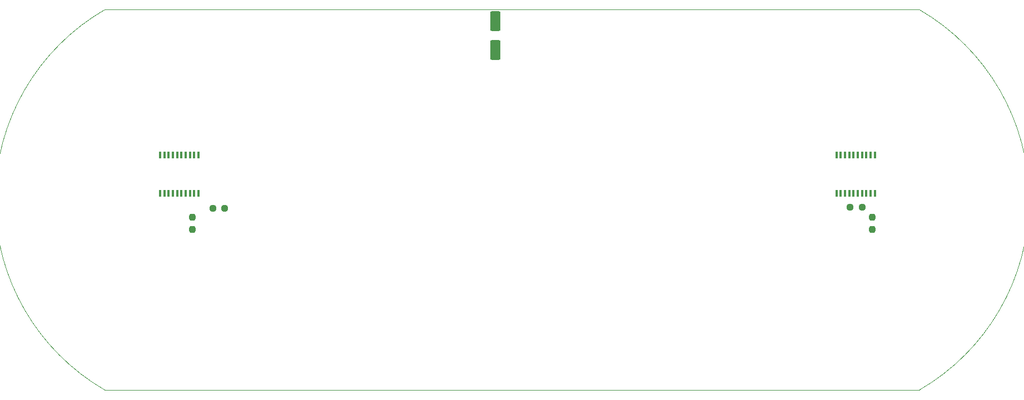
<source format=gbr>
%TF.GenerationSoftware,KiCad,Pcbnew,7.0.5-7.0.5~ubuntu20.04.1*%
%TF.CreationDate,2023-06-15T15:06:08+02:00*%
%TF.ProjectId,Controler_NRF24L01_Exclude_v3,436f6e74-726f-46c6-9572-5f4e52463234,rev?*%
%TF.SameCoordinates,Original*%
%TF.FileFunction,Paste,Bot*%
%TF.FilePolarity,Positive*%
%FSLAX45Y45*%
G04 Gerber Fmt 4.5, Leading zero omitted, Abs format (unit mm)*
G04 Created by KiCad (PCBNEW 7.0.5-7.0.5~ubuntu20.04.1) date 2023-06-15 15:06:08*
%MOMM*%
%LPD*%
G01*
G04 APERTURE LIST*
G04 Aperture macros list*
%AMRoundRect*
0 Rectangle with rounded corners*
0 $1 Rounding radius*
0 $2 $3 $4 $5 $6 $7 $8 $9 X,Y pos of 4 corners*
0 Add a 4 corners polygon primitive as box body*
4,1,4,$2,$3,$4,$5,$6,$7,$8,$9,$2,$3,0*
0 Add four circle primitives for the rounded corners*
1,1,$1+$1,$2,$3*
1,1,$1+$1,$4,$5*
1,1,$1+$1,$6,$7*
1,1,$1+$1,$8,$9*
0 Add four rect primitives between the rounded corners*
20,1,$1+$1,$2,$3,$4,$5,0*
20,1,$1+$1,$4,$5,$6,$7,0*
20,1,$1+$1,$6,$7,$8,$9,0*
20,1,$1+$1,$8,$9,$2,$3,0*%
G04 Aperture macros list end*
%TA.AperFunction,Profile*%
%ADD10C,0.050000*%
%TD*%
%TA.AperFunction,Profile*%
%ADD11C,0.100000*%
%TD*%
%ADD12R,0.400000X1.000000*%
%ADD13RoundRect,0.237500X0.250000X0.237500X-0.250000X0.237500X-0.250000X-0.237500X0.250000X-0.237500X0*%
%ADD14RoundRect,0.237500X0.237500X-0.250000X0.237500X0.250000X-0.237500X0.250000X-0.237500X-0.250000X0*%
%ADD15RoundRect,0.250000X-0.550000X1.250000X-0.550000X-1.250000X0.550000X-1.250000X0.550000X1.250000X0*%
%ADD16RoundRect,0.237500X-0.250000X-0.237500X0.250000X-0.237500X0.250000X0.237500X-0.250000X0.237500X0*%
G04 APERTURE END LIST*
D10*
X20569000Y-12290000D02*
G75*
G03*
X20569000Y-6490000I-1674316J2900000D01*
G01*
D11*
X8169000Y-6490000D02*
X20569000Y-6490000D01*
X8169000Y-12290000D02*
X20569000Y-12290000D01*
D10*
X8169000Y-6490000D02*
G75*
G03*
X8169000Y-12290000I1674316J-2900000D01*
G01*
D12*
X9592500Y-9290000D03*
X9527500Y-9290000D03*
X9462500Y-9290000D03*
X9397500Y-9290000D03*
X9332500Y-9290000D03*
X9267500Y-9290000D03*
X9202500Y-9290000D03*
X9137500Y-9290000D03*
X9072500Y-9290000D03*
X9007500Y-9290000D03*
X9007500Y-8710000D03*
X9072500Y-8710000D03*
X9137500Y-8710000D03*
X9202500Y-8710000D03*
X9267500Y-8710000D03*
X9332500Y-8710000D03*
X9397500Y-8710000D03*
X9462500Y-8710000D03*
X9527500Y-8710000D03*
X9592500Y-8710000D03*
D13*
X9991250Y-9520000D03*
X9808750Y-9520000D03*
D14*
X19850000Y-9841250D03*
X19850000Y-9658750D03*
D12*
X19892500Y-9290000D03*
X19827500Y-9290000D03*
X19762500Y-9290000D03*
X19697500Y-9290000D03*
X19632500Y-9290000D03*
X19567500Y-9290000D03*
X19502500Y-9290000D03*
X19437500Y-9290000D03*
X19372500Y-9290000D03*
X19307500Y-9290000D03*
X19307500Y-8710000D03*
X19372500Y-8710000D03*
X19437500Y-8710000D03*
X19502500Y-8710000D03*
X19567500Y-8710000D03*
X19632500Y-8710000D03*
X19697500Y-8710000D03*
X19762500Y-8710000D03*
X19827500Y-8710000D03*
X19892500Y-8710000D03*
D14*
X9500000Y-9841250D03*
X9500000Y-9658750D03*
D15*
X14112000Y-6667000D03*
X14112000Y-7107000D03*
D16*
X19518750Y-9500000D03*
X19701250Y-9500000D03*
M02*

</source>
